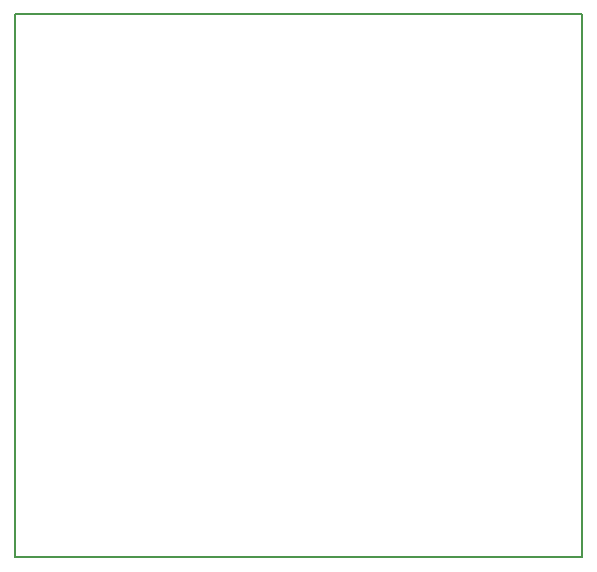
<source format=gbr>
G04 #@! TF.GenerationSoftware,KiCad,Pcbnew,(5.0.1)-4*
G04 #@! TF.CreationDate,2020-10-18T21:08:22+02:00*
G04 #@! TF.ProjectId,Linky_hot_water_controller,4C696E6B795F686F745F77617465725F,rev?*
G04 #@! TF.SameCoordinates,PX6422c40PY7270e00*
G04 #@! TF.FileFunction,Profile,NP*
%FSLAX46Y46*%
G04 Gerber Fmt 4.6, Leading zero omitted, Abs format (unit mm)*
G04 Created by KiCad (PCBNEW (5.0.1)-4) date 18/10/2020 21:08:22*
%MOMM*%
%LPD*%
G01*
G04 APERTURE LIST*
%ADD10C,0.150000*%
G04 APERTURE END LIST*
D10*
X48000000Y0D02*
X0Y0D01*
X48000000Y46000000D02*
X48000000Y0D01*
X0Y46000000D02*
X48000000Y46000000D01*
X0Y0D02*
X0Y46000000D01*
M02*

</source>
